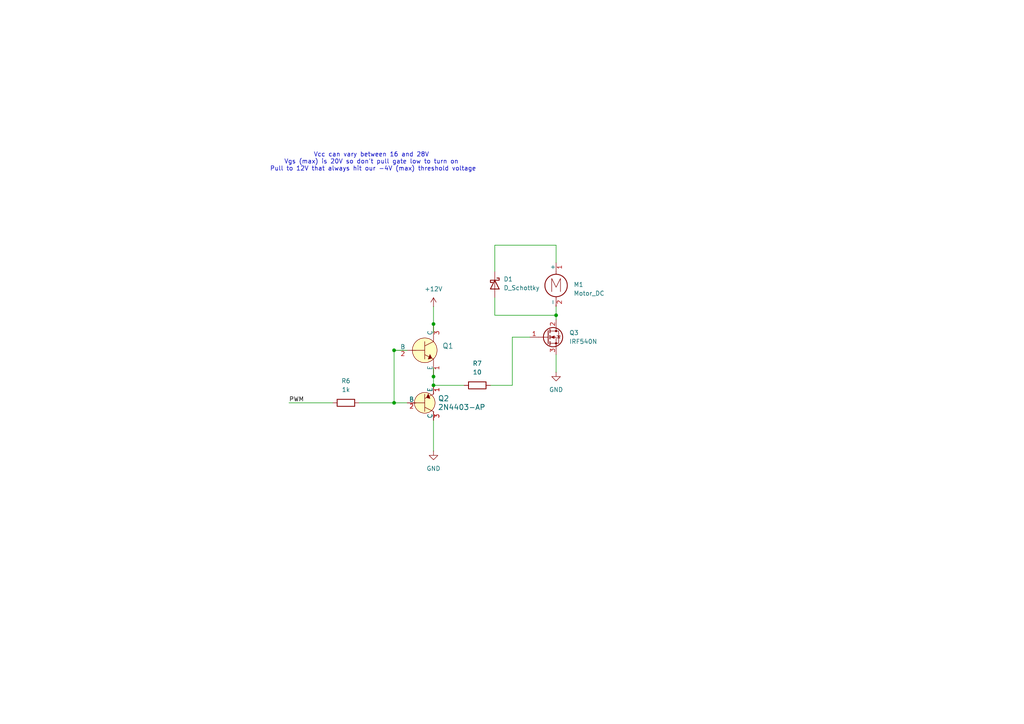
<source format=kicad_sch>
(kicad_sch (version 20231120) (generator "eeschema") (generator_version "8.0")
  (paper "A4")
  (lib_symbols
    (symbol "Device:D_Schottky" (pin_numbers hide) (pin_names (offset 1.016) hide)
      (property "Reference" "D" (at 0 2.54 0))
      (property "Value" "D_Schottky" (at 0 -2.54 0))
      (symbol "D_Schottky_0_1"
        (polyline (pts (xy 1.27 0) (xy -1.27 0)))
        (polyline (pts (xy 1.27 1.27) (xy 1.27 -1.27) (xy -1.27 0) (xy 1.27 1.27)) (stroke (width 0.254)))
        (polyline (pts (xy -1.905 0.635) (xy -1.905 1.27) (xy -1.27 1.27) (xy -1.27 -1.27) (xy -0.635 -1.27) (xy -0.635 -0.635)) (stroke (width 0.254)))
      )
      (symbol "D_Schottky_1_1"
        (pin passive line (at -3.81 0 0) (length 2.54) (name "K") (number "1"))
        (pin passive line (at 3.81 0 180) (length 2.54) (name "A") (number "2"))
      )
    )
    (symbol "Device:R" (pin_numbers hide) (pin_names (offset 0))
      (property "Reference" "R" (at 2.032 0 90))
      (property "Value" "R" (at 0 0 90))
      (symbol "R_0_1"
        (rectangle (start -1.016 -2.54) (end 1.016 2.54) (stroke (width 0.254)))
      )
      (symbol "R_1_1"
        (pin passive line (at 0 3.81 270) (length 1.27) (name "~") (number "1"))
        (pin passive line (at 0 -3.81 90) (length 1.27) (name "~") (number "2"))
      )
    )
    (symbol "Motor:Motor_DC" (pin_names (offset 0))
      (property "Reference" "M" (at 2.54 2.54 0))
      (property "Value" "Motor_DC" (at 2.54 -5.08 0))
      (symbol "Motor_DC_0_0"
        (polyline (pts (xy -1.27 -3.302) (xy -1.27 0.508) (xy 0 -2.032) (xy 1.27 0.508) (xy 1.27 -3.302)))
      )
      (symbol "Motor_DC_0_1"
        (circle (center 0 -1.524) (radius 3.2512) (stroke (width 0.254)))
        (polyline (pts (xy 0 -7.62) (xy 0 -7.112)))
        (polyline (pts (xy 0 -4.7752) (xy 0 -5.1816)))
        (polyline (pts (xy 0 1.7272) (xy 0 2.0828)))
        (polyline (pts (xy 0 2.032) (xy 0 2.54)))
      )
      (symbol "Motor_DC_1_1"
        (pin passive line (at 0 5.08 270) (length 2.54) (name "+") (number "1"))
        (pin passive line (at 0 -7.62 90) (length 2.54) (name "-") (number "2"))
      )
    )
    (symbol "Transistor_FET:IRF540N" (pin_names hide)
      (property "Reference" "Q" (at 5.08 1.905 0))
      (property "Value" "IRF540N" (at 5.08 0 0))
      (symbol "IRF540N_0_1"
        (polyline (pts (xy 0.254 0) (xy -2.54 0)))
        (polyline (pts (xy 0.254 1.905) (xy 0.254 -1.905)) (stroke (width 0.254)))
        (polyline (pts (xy 0.762 -1.27) (xy 0.762 -2.286)) (stroke (width 0.254)))
        (polyline (pts (xy 0.762 0.508) (xy 0.762 -0.508)) (stroke (width 0.254)))
        (polyline (pts (xy 0.762 2.286) (xy 0.762 1.27)) (stroke (width 0.254)))
        (polyline (pts (xy 2.54 2.54) (xy 2.54 1.778)))
        (polyline (pts (xy 2.54 -2.54) (xy 2.54 0) (xy 0.762 0)))
        (polyline (pts (xy 0.762 -1.778) (xy 3.302 -1.778) (xy 3.302 1.778) (xy 0.762 1.778)))
        (polyline (pts (xy 1.016 0) (xy 2.032 0.381) (xy 2.032 -0.381) (xy 1.016 0)) (fill (type outline)))
        (polyline (pts (xy 2.794 0.508) (xy 2.921 0.381) (xy 3.683 0.381) (xy 3.81 0.254)))
        (polyline (pts (xy 3.302 0.381) (xy 2.921 -0.254) (xy 3.683 -0.254) (xy 3.302 0.381)))
        (circle (center 1.651 0) (radius 2.794) (stroke (width 0.254)))
        (circle (center 2.54 -1.778) (radius 0.254) (fill (type outline)))
        (circle (center 2.54 1.778) (radius 0.254) (fill (type outline)))
      )
      (symbol "IRF540N_1_1"
        (pin input line (at -5.08 0 0) (length 2.54) (name "G") (number "1"))
        (pin passive line (at 2.54 5.08 270) (length 2.54) (name "D") (number "2"))
        (pin passive line (at 2.54 -5.08 90) (length 2.54) (name "S") (number "3"))
      )
    )
    (symbol "dk_Transistors-Bipolar-BJT-Single:2N4401-AP" (pin_names (offset 0))
      (property "Reference" "Q" (at -3.81 3.81 0))
      (property "Value" "2N4401-AP" (at -11.43 -5.08 0))
      (symbol "2N4401-AP_0_1"
        (polyline (pts (xy -3.81 0) (xy -2.54 0)))
        (polyline (pts (xy -3.556 0) (xy 0 0)))
        (polyline (pts (xy 0 -1.27) (xy 2.54 -2.54)))
        (polyline (pts (xy 0 1.27) (xy 2.54 2.54)))
        (polyline (pts (xy 0 2.54) (xy 0 -2.54)))
        (polyline (pts (xy 1.524 -1.27) (xy 2.032 -2.286) (xy 1.016 -2.54) (xy 1.524 -1.27)) (fill (type outline)))
        (circle (center 0 0) (radius 3.5814) (fill (type background)))
      )
      (symbol "2N4401-AP_1_1"
        (pin input line (at 2.54 -7.62 90) (length 5.08) (name "E") (number "1"))
        (pin input line (at -8.89 0 0) (length 5.08) (name "B") (number "2"))
        (pin input line (at 2.54 7.62 270) (length 5.08) (name "C") (number "3"))
      )
    )
    (symbol "dk_Transistors-Bipolar-BJT-Single:2N4403-AP" (pin_names (offset 0))
      (property "Reference" "Q" (at -2.3876 3.9116 0))
      (property "Value" "2N4403-AP" (at 5.08 0 90))
      (symbol "2N4403-AP_0_1"
        (polyline (pts (xy -3.81 0) (xy -2.54 0)))
        (polyline (pts (xy -3.556 0) (xy 0 0)))
        (polyline (pts (xy 0 -1.27) (xy 2.54 -2.54)))
        (polyline (pts (xy 0 1.27) (xy 2.54 2.54)))
        (polyline (pts (xy 0 2.54) (xy 0 -2.54)))
        (polyline (pts (xy 1.016 2.54) (xy 0.508 1.524) (xy 1.524 1.27) (xy 1.016 2.54)) (fill (type outline)))
        (circle (center 0 0) (radius 2.9972) (fill (type background)))
      )
      (symbol "2N4403-AP_1_1"
        (pin passive line (at 2.54 5.08 270) (length 2.54) (name "E") (number "1"))
        (pin input line (at -5.08 0 0) (length 2.54) (name "B") (number "2"))
        (pin passive line (at 2.54 -5.08 90) (length 2.54) (name "C") (number "3"))
      )
    )
    (symbol "power:+12V" (power) (pin_numbers hide) (pin_names (offset 0) hide)
      (property "Value" "+12V" (at 0 3.556 0))
      (symbol "+12V_0_1"
        (polyline (pts (xy -0.762 1.27) (xy 0 2.54)))
        (polyline (pts (xy 0 0) (xy 0 2.54)))
        (polyline (pts (xy 0 2.54) (xy 0.762 1.27)))
      )
      (symbol "+12V_1_1"
        (pin power_in line (at 0 0 90) (length 0) (name "~") (number "1"))
      )
    )
    (symbol "power:GND" (power) (pin_numbers hide) (pin_names (offset 0) hide)
      (property "Value" "GND" (at 0 -3.81 0))
      (symbol "GND_0_1"
        (polyline (pts (xy 0 0) (xy 0 -1.27) (xy 1.27 -1.27) (xy 0 -2.54) (xy -1.27 -1.27) (xy 0 -1.27)))
      )
      (symbol "GND_1_1"
        (pin power_in line (at 0 0 270) (length 0) (name "~") (number "1"))
      )
    )
  )
  (junction (at 125.73 111.76))
  (junction (at 114.3 116.84))
  (junction (at 114.3 101.6))
  (junction (at 125.73 93.98))
  (junction (at 161.29 91.44))
  (junction (at 125.73 109.22))
  (wire (pts (xy 161.29 102.87) (xy 161.29 107.95)))
  (wire (pts (xy 161.29 71.12) (xy 161.29 76.2)))
  (wire (pts (xy 125.73 106.68) (xy 125.73 109.22)))
  (wire (pts (xy 114.3 116.84) (xy 104.14 116.84)))
  (wire (pts (xy 143.51 71.12) (xy 161.29 71.12)))
  (wire (pts (xy 114.3 116.84) (xy 118.11 116.84)))
  (wire (pts (xy 125.73 88.9) (xy 125.73 93.98)))
  (wire (pts (xy 148.59 97.79) (xy 148.59 111.76)))
  (wire (pts (xy 143.51 78.74) (xy 143.51 71.12)))
  (wire (pts (xy 153.67 97.79) (xy 148.59 97.79)))
  (wire (pts (xy 125.73 121.92) (xy 125.73 130.81)))
  (wire (pts (xy 143.51 86.36) (xy 143.51 91.44)))
  (wire (pts (xy 118.11 101.6) (xy 114.3 101.6)))
  (wire (pts (xy 114.3 101.6) (xy 114.3 116.84)))
  (wire (pts (xy 83.82 116.84) (xy 96.52 116.84)))
  (wire (pts (xy 125.73 111.76) (xy 125.73 109.22)))
  (wire (pts (xy 161.29 92.71) (xy 161.29 91.44)))
  (wire (pts (xy 143.51 91.44) (xy 161.29 91.44)))
  (wire (pts (xy 148.59 111.76) (xy 142.24 111.76)))
  (wire (pts (xy 161.29 91.44) (xy 161.29 88.9)))
  (wire (pts (xy 125.73 93.98) (xy 125.73 96.52)))
  (wire (pts (xy 134.62 111.76) (xy 125.73 111.76)))
  (text "Vcc can vary between 16 and 28V \nVgs (max) is 20V so don't pull gate low to turn on \nPull to 12V that always hit our -4V (max) threshold voltage\n" (at 108.204 46.99 0) (effects (font (size 1.27 1.27))))
  (label "PWM" (at 83.82 116.84 0))
  (symbol (lib_id "dk_Transistors-Bipolar-BJT-Single:2N4401-AP") (at 123.19 101.6 0) (unit 1)
    (property "Reference" "Q1" (at 128.27 100.3299 0) (effects (font (size 1.524 1.524)) (justify left)))
    (property "Value" "2N4401-AP" (effects (hide yes)))
    (property "Footprint" "digikey-footprints:TO-92-3_Formed_Leads" (effects (hide yes)))
    (property "Datasheet" "https://www.mccsemi.com/pdf/Products/2N4401(TO-92).pdf" (effects (hide yes)))
    (property "Description" "TRANS NPN 40V TO92" (effects (hide yes)))
    (property "MPN" "2N4401-AP" (effects (hide yes)))
    (property "Category" "Discrete Semiconductor Products" (effects (hide yes)))
    (property "Family" "Transistors - Bipolar (BJT) - Single" (effects (hide yes)))
    (property "DK_Datasheet_Link" "https://www.mccsemi.com/pdf/Products/2N4401(TO-92).pdf" (effects (hide yes)))
    (property "DK_Detail_Page" "/product-detail/en/micro-commercial-co/2N4401-AP/2N4401-APCT-ND/950593" (effects (hide yes)))
    (property "Description_1" "TRANS NPN 40V TO92" (effects (hide yes)))
    (property "Manufacturer" "Micro Commercial Co" (effects (hide yes)))
    (property "Status" "Active" (effects (hide yes)))
  )
  (symbol (lib_id "power:+12V") (at 125.73 88.9 0) (unit 1)
    (property "Reference" "#PWR010" (effects (hide yes)))
    (property "Value" "+12V" (at 125.73 83.82 0))
    (property "Description" "Power symbol creates a global label with name \"+12V\"" (effects (hide yes)))
  )
  (symbol (lib_id "Device:R") (at 100.33 116.84 90) (unit 1)
    (property "Reference" "R6" (at 100.33 110.49 90))
    (property "Value" "1k" (at 100.33 113.03 90))
    (property "Description" "Resistor" (effects (hide yes)))
  )
  (symbol (lib_id "dk_Transistors-Bipolar-BJT-Single:2N4403-AP") (at 123.19 116.84 0) (unit 1)
    (property "Reference" "Q2" (at 127 115.5699 0) (effects (font (size 1.524 1.524)) (justify left)))
    (property "Value" "2N4403-AP" (at 127 118.1099 0) (effects (font (size 1.524 1.524)) (justify left)))
    (property "Footprint" "digikey-footprints:TO-92-3_Formed_Leads" (effects (hide yes)))
    (property "Datasheet" "https://www.mccsemi.com/pdf/Products/2N4403(TO-92).pdf" (effects (hide yes)))
    (property "Description" "TRANS PNP 40V TO92" (effects (hide yes)))
    (property "MPN" "2N4403-AP" (effects (hide yes)))
    (property "Category" "Discrete Semiconductor Products" (effects (hide yes)))
    (property "Family" "Transistors - Bipolar (BJT) - Single" (effects (hide yes)))
    (property "DK_Datasheet_Link" "https://www.mccsemi.com/pdf/Products/2N4403(TO-92).pdf" (effects (hide yes)))
    (property "DK_Detail_Page" "/product-detail/en/micro-commercial-co/2N4403-AP/2N4403-APCT-ND/950594" (effects (hide yes)))
    (property "Description_1" "TRANS PNP 40V TO92" (effects (hide yes)))
    (property "Manufacturer" "Micro Commercial Co" (effects (hide yes)))
    (property "Status" "Active" (effects (hide yes)))
  )
  (symbol (lib_id "Device:D_Schottky") (at 143.51 82.55 270) (unit 1)
    (property "Reference" "D1" (at 146.05 80.9624 90) (effects (justify left)))
    (property "Value" "D_Schottky" (at 146.05 83.5024 90) (effects (justify left)))
    (property "Description" "Schottky diode" (effects (hide yes)))
  )
  (symbol (lib_id "Transistor_FET:IRF540N") (at 158.75 97.79 0) (unit 1)
    (property "Reference" "Q3" (at 165.1 96.5199 0) (effects (justify left)))
    (property "Value" "IRF540N" (at 165.1 99.0599 0) (effects (justify left)))
    (property "Footprint" "Package_TO_SOT_THT:TO-220-3_Vertical" (effects (hide yes)))
    (property "Datasheet" "http://www.irf.com/product-info/datasheets/data/irf540n.pdf" (effects (hide yes)))
    (property "Description" "33A Id, 100V Vds, HEXFET N-Channel MOSFET, TO-220" (effects (hide yes)))
  )
  (symbol (lib_id "Motor:Motor_DC") (at 161.29 81.28 0) (unit 1)
    (property "Reference" "M1" (at 166.37 82.5499 0) (effects (justify left)))
    (property "Value" "Motor_DC" (at 166.37 85.0899 0) (effects (justify left)))
    (property "Description" "DC Motor" (effects (hide yes)))
  )
  (symbol (lib_id "Device:R") (at 138.43 111.76 90) (unit 1)
    (property "Reference" "R7" (at 138.43 105.41 90))
    (property "Value" "10" (at 138.43 107.95 90))
    (property "Description" "Resistor" (effects (hide yes)))
  )
  (symbol (lib_id "power:GND") (at 125.73 130.81 0) (unit 1)
    (property "Reference" "#PWR011" (effects (hide yes)))
    (property "Value" "GND" (at 125.73 135.89 0))
    (property "Description" "Power symbol creates a global label with name \"GND\" , ground" (effects (hide yes)))
  )
  (symbol (lib_id "power:GND") (at 161.29 107.95 0) (unit 1)
    (property "Reference" "#PWR018" (effects (hide yes)))
    (property "Value" "GND" (at 161.29 113.03 0))
    (property "Description" "Power symbol creates a global label with name \"GND\" , ground" (effects (hide yes)))
  )
)
</source>
